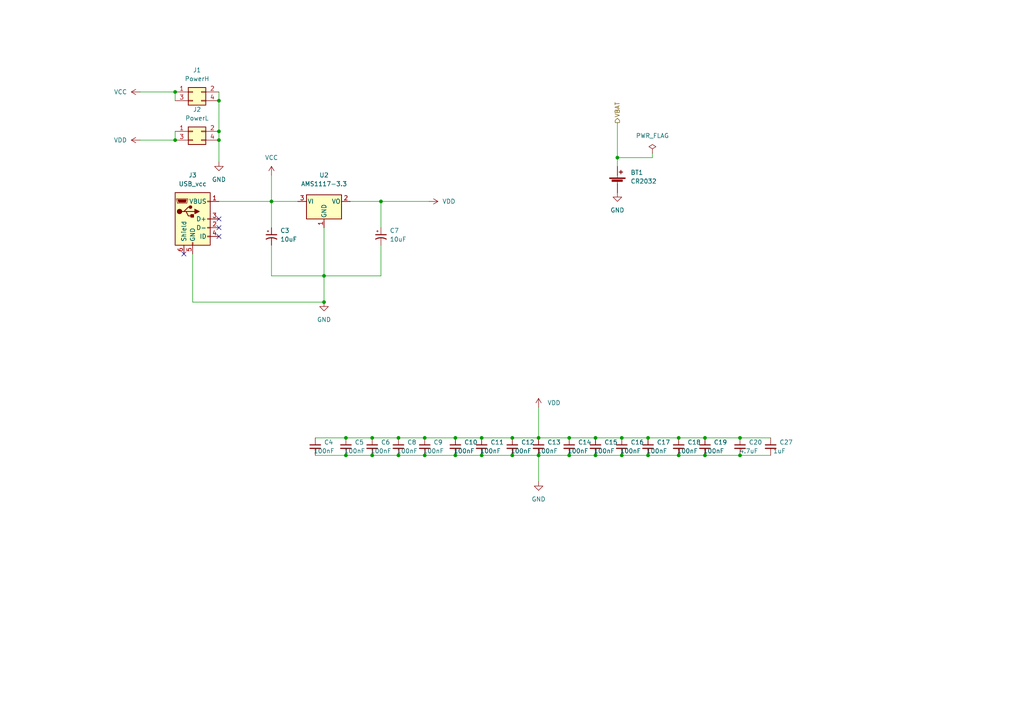
<source format=kicad_sch>
(kicad_sch (version 20211123) (generator eeschema)

  (uuid 201f66a9-b79b-420a-8dd2-2188f37cba46)

  (paper "A4")

  (title_block
    (date "2022-09-12")
    (rev "soy")
  )

  (lib_symbols
    (symbol "Connector:USB_B_Micro" (pin_names (offset 1.016)) (in_bom yes) (on_board yes)
      (property "Reference" "J" (id 0) (at -5.08 11.43 0)
        (effects (font (size 1.27 1.27)) (justify left))
      )
      (property "Value" "USB_B_Micro" (id 1) (at -5.08 8.89 0)
        (effects (font (size 1.27 1.27)) (justify left))
      )
      (property "Footprint" "" (id 2) (at 3.81 -1.27 0)
        (effects (font (size 1.27 1.27)) hide)
      )
      (property "Datasheet" "~" (id 3) (at 3.81 -1.27 0)
        (effects (font (size 1.27 1.27)) hide)
      )
      (property "ki_keywords" "connector USB micro" (id 4) (at 0 0 0)
        (effects (font (size 1.27 1.27)) hide)
      )
      (property "ki_description" "USB Micro Type B connector" (id 5) (at 0 0 0)
        (effects (font (size 1.27 1.27)) hide)
      )
      (property "ki_fp_filters" "USB*" (id 6) (at 0 0 0)
        (effects (font (size 1.27 1.27)) hide)
      )
      (symbol "USB_B_Micro_0_1"
        (rectangle (start -5.08 -7.62) (end 5.08 7.62)
          (stroke (width 0.254) (type default) (color 0 0 0 0))
          (fill (type background))
        )
        (circle (center -3.81 2.159) (radius 0.635)
          (stroke (width 0.254) (type default) (color 0 0 0 0))
          (fill (type outline))
        )
        (circle (center -0.635 3.429) (radius 0.381)
          (stroke (width 0.254) (type default) (color 0 0 0 0))
          (fill (type outline))
        )
        (rectangle (start -0.127 -7.62) (end 0.127 -6.858)
          (stroke (width 0) (type default) (color 0 0 0 0))
          (fill (type none))
        )
        (polyline
          (pts
            (xy -1.905 2.159)
            (xy 0.635 2.159)
          )
          (stroke (width 0.254) (type default) (color 0 0 0 0))
          (fill (type none))
        )
        (polyline
          (pts
            (xy -3.175 2.159)
            (xy -2.54 2.159)
            (xy -1.27 3.429)
            (xy -0.635 3.429)
          )
          (stroke (width 0.254) (type default) (color 0 0 0 0))
          (fill (type none))
        )
        (polyline
          (pts
            (xy -2.54 2.159)
            (xy -1.905 2.159)
            (xy -1.27 0.889)
            (xy 0 0.889)
          )
          (stroke (width 0.254) (type default) (color 0 0 0 0))
          (fill (type none))
        )
        (polyline
          (pts
            (xy 0.635 2.794)
            (xy 0.635 1.524)
            (xy 1.905 2.159)
            (xy 0.635 2.794)
          )
          (stroke (width 0.254) (type default) (color 0 0 0 0))
          (fill (type outline))
        )
        (polyline
          (pts
            (xy -4.318 5.588)
            (xy -1.778 5.588)
            (xy -2.032 4.826)
            (xy -4.064 4.826)
            (xy -4.318 5.588)
          )
          (stroke (width 0) (type default) (color 0 0 0 0))
          (fill (type outline))
        )
        (polyline
          (pts
            (xy -4.699 5.842)
            (xy -4.699 5.588)
            (xy -4.445 4.826)
            (xy -4.445 4.572)
            (xy -1.651 4.572)
            (xy -1.651 4.826)
            (xy -1.397 5.588)
            (xy -1.397 5.842)
            (xy -4.699 5.842)
          )
          (stroke (width 0) (type default) (color 0 0 0 0))
          (fill (type none))
        )
        (rectangle (start 0.254 1.27) (end -0.508 0.508)
          (stroke (width 0.254) (type default) (color 0 0 0 0))
          (fill (type outline))
        )
        (rectangle (start 5.08 -5.207) (end 4.318 -4.953)
          (stroke (width 0) (type default) (color 0 0 0 0))
          (fill (type none))
        )
        (rectangle (start 5.08 -2.667) (end 4.318 -2.413)
          (stroke (width 0) (type default) (color 0 0 0 0))
          (fill (type none))
        )
        (rectangle (start 5.08 -0.127) (end 4.318 0.127)
          (stroke (width 0) (type default) (color 0 0 0 0))
          (fill (type none))
        )
        (rectangle (start 5.08 4.953) (end 4.318 5.207)
          (stroke (width 0) (type default) (color 0 0 0 0))
          (fill (type none))
        )
      )
      (symbol "USB_B_Micro_1_1"
        (pin power_out line (at 7.62 5.08 180) (length 2.54)
          (name "VBUS" (effects (font (size 1.27 1.27))))
          (number "1" (effects (font (size 1.27 1.27))))
        )
        (pin bidirectional line (at 7.62 -2.54 180) (length 2.54)
          (name "D-" (effects (font (size 1.27 1.27))))
          (number "2" (effects (font (size 1.27 1.27))))
        )
        (pin bidirectional line (at 7.62 0 180) (length 2.54)
          (name "D+" (effects (font (size 1.27 1.27))))
          (number "3" (effects (font (size 1.27 1.27))))
        )
        (pin passive line (at 7.62 -5.08 180) (length 2.54)
          (name "ID" (effects (font (size 1.27 1.27))))
          (number "4" (effects (font (size 1.27 1.27))))
        )
        (pin power_out line (at 0 -10.16 90) (length 2.54)
          (name "GND" (effects (font (size 1.27 1.27))))
          (number "5" (effects (font (size 1.27 1.27))))
        )
        (pin passive line (at -2.54 -10.16 90) (length 2.54)
          (name "Shield" (effects (font (size 1.27 1.27))))
          (number "6" (effects (font (size 1.27 1.27))))
        )
      )
    )
    (symbol "Connector_Generic:Conn_02x02_Odd_Even" (pin_names (offset 1.016) hide) (in_bom yes) (on_board yes)
      (property "Reference" "J" (id 0) (at 1.27 2.54 0)
        (effects (font (size 1.27 1.27)))
      )
      (property "Value" "Conn_02x02_Odd_Even" (id 1) (at 1.27 -5.08 0)
        (effects (font (size 1.27 1.27)))
      )
      (property "Footprint" "" (id 2) (at 0 0 0)
        (effects (font (size 1.27 1.27)) hide)
      )
      (property "Datasheet" "~" (id 3) (at 0 0 0)
        (effects (font (size 1.27 1.27)) hide)
      )
      (property "ki_keywords" "connector" (id 4) (at 0 0 0)
        (effects (font (size 1.27 1.27)) hide)
      )
      (property "ki_description" "Generic connector, double row, 02x02, odd/even pin numbering scheme (row 1 odd numbers, row 2 even numbers), script generated (kicad-library-utils/schlib/autogen/connector/)" (id 5) (at 0 0 0)
        (effects (font (size 1.27 1.27)) hide)
      )
      (property "ki_fp_filters" "Connector*:*_2x??_*" (id 6) (at 0 0 0)
        (effects (font (size 1.27 1.27)) hide)
      )
      (symbol "Conn_02x02_Odd_Even_1_1"
        (rectangle (start -1.27 -2.413) (end 0 -2.667)
          (stroke (width 0.1524) (type default) (color 0 0 0 0))
          (fill (type none))
        )
        (rectangle (start -1.27 0.127) (end 0 -0.127)
          (stroke (width 0.1524) (type default) (color 0 0 0 0))
          (fill (type none))
        )
        (rectangle (start -1.27 1.27) (end 3.81 -3.81)
          (stroke (width 0.254) (type default) (color 0 0 0 0))
          (fill (type background))
        )
        (rectangle (start 3.81 -2.413) (end 2.54 -2.667)
          (stroke (width 0.1524) (type default) (color 0 0 0 0))
          (fill (type none))
        )
        (rectangle (start 3.81 0.127) (end 2.54 -0.127)
          (stroke (width 0.1524) (type default) (color 0 0 0 0))
          (fill (type none))
        )
        (pin passive line (at -5.08 0 0) (length 3.81)
          (name "Pin_1" (effects (font (size 1.27 1.27))))
          (number "1" (effects (font (size 1.27 1.27))))
        )
        (pin passive line (at 7.62 0 180) (length 3.81)
          (name "Pin_2" (effects (font (size 1.27 1.27))))
          (number "2" (effects (font (size 1.27 1.27))))
        )
        (pin passive line (at -5.08 -2.54 0) (length 3.81)
          (name "Pin_3" (effects (font (size 1.27 1.27))))
          (number "3" (effects (font (size 1.27 1.27))))
        )
        (pin passive line (at 7.62 -2.54 180) (length 3.81)
          (name "Pin_4" (effects (font (size 1.27 1.27))))
          (number "4" (effects (font (size 1.27 1.27))))
        )
      )
    )
    (symbol "Device:Battery_Cell" (pin_numbers hide) (pin_names (offset 0) hide) (in_bom yes) (on_board yes)
      (property "Reference" "BT" (id 0) (at 2.54 2.54 0)
        (effects (font (size 1.27 1.27)) (justify left))
      )
      (property "Value" "Battery_Cell" (id 1) (at 2.54 0 0)
        (effects (font (size 1.27 1.27)) (justify left))
      )
      (property "Footprint" "" (id 2) (at 0 1.524 90)
        (effects (font (size 1.27 1.27)) hide)
      )
      (property "Datasheet" "~" (id 3) (at 0 1.524 90)
        (effects (font (size 1.27 1.27)) hide)
      )
      (property "ki_keywords" "battery cell" (id 4) (at 0 0 0)
        (effects (font (size 1.27 1.27)) hide)
      )
      (property "ki_description" "Single-cell battery" (id 5) (at 0 0 0)
        (effects (font (size 1.27 1.27)) hide)
      )
      (symbol "Battery_Cell_0_1"
        (rectangle (start -2.286 1.778) (end 2.286 1.524)
          (stroke (width 0) (type default) (color 0 0 0 0))
          (fill (type outline))
        )
        (rectangle (start -1.5748 1.1938) (end 1.4732 0.6858)
          (stroke (width 0) (type default) (color 0 0 0 0))
          (fill (type outline))
        )
        (polyline
          (pts
            (xy 0 0.762)
            (xy 0 0)
          )
          (stroke (width 0) (type default) (color 0 0 0 0))
          (fill (type none))
        )
        (polyline
          (pts
            (xy 0 1.778)
            (xy 0 2.54)
          )
          (stroke (width 0) (type default) (color 0 0 0 0))
          (fill (type none))
        )
        (polyline
          (pts
            (xy 0.508 3.429)
            (xy 1.524 3.429)
          )
          (stroke (width 0.254) (type default) (color 0 0 0 0))
          (fill (type none))
        )
        (polyline
          (pts
            (xy 1.016 3.937)
            (xy 1.016 2.921)
          )
          (stroke (width 0.254) (type default) (color 0 0 0 0))
          (fill (type none))
        )
      )
      (symbol "Battery_Cell_1_1"
        (pin passive line (at 0 5.08 270) (length 2.54)
          (name "+" (effects (font (size 1.27 1.27))))
          (number "1" (effects (font (size 1.27 1.27))))
        )
        (pin passive line (at 0 -2.54 90) (length 2.54)
          (name "-" (effects (font (size 1.27 1.27))))
          (number "2" (effects (font (size 1.27 1.27))))
        )
      )
    )
    (symbol "Device:C_Polarized_Small_US" (pin_numbers hide) (pin_names (offset 0.254) hide) (in_bom yes) (on_board yes)
      (property "Reference" "C" (id 0) (at 0.254 1.778 0)
        (effects (font (size 1.27 1.27)) (justify left))
      )
      (property "Value" "C_Polarized_Small_US" (id 1) (at 0.254 -2.032 0)
        (effects (font (size 1.27 1.27)) (justify left))
      )
      (property "Footprint" "" (id 2) (at 0 0 0)
        (effects (font (size 1.27 1.27)) hide)
      )
      (property "Datasheet" "~" (id 3) (at 0 0 0)
        (effects (font (size 1.27 1.27)) hide)
      )
      (property "ki_keywords" "cap capacitor" (id 4) (at 0 0 0)
        (effects (font (size 1.27 1.27)) hide)
      )
      (property "ki_description" "Polarized capacitor, small US symbol" (id 5) (at 0 0 0)
        (effects (font (size 1.27 1.27)) hide)
      )
      (property "ki_fp_filters" "CP_*" (id 6) (at 0 0 0)
        (effects (font (size 1.27 1.27)) hide)
      )
      (symbol "C_Polarized_Small_US_0_1"
        (polyline
          (pts
            (xy -1.524 0.508)
            (xy 1.524 0.508)
          )
          (stroke (width 0.3048) (type default) (color 0 0 0 0))
          (fill (type none))
        )
        (polyline
          (pts
            (xy -1.27 1.524)
            (xy -0.762 1.524)
          )
          (stroke (width 0) (type default) (color 0 0 0 0))
          (fill (type none))
        )
        (polyline
          (pts
            (xy -1.016 1.27)
            (xy -1.016 1.778)
          )
          (stroke (width 0) (type default) (color 0 0 0 0))
          (fill (type none))
        )
        (arc (start 1.524 -0.762) (mid 0 -0.3734) (end -1.524 -0.762)
          (stroke (width 0.3048) (type default) (color 0 0 0 0))
          (fill (type none))
        )
      )
      (symbol "C_Polarized_Small_US_1_1"
        (pin passive line (at 0 2.54 270) (length 2.032)
          (name "~" (effects (font (size 1.27 1.27))))
          (number "1" (effects (font (size 1.27 1.27))))
        )
        (pin passive line (at 0 -2.54 90) (length 2.032)
          (name "~" (effects (font (size 1.27 1.27))))
          (number "2" (effects (font (size 1.27 1.27))))
        )
      )
    )
    (symbol "Device:C_Small" (pin_numbers hide) (pin_names (offset 0.254) hide) (in_bom yes) (on_board yes)
      (property "Reference" "C" (id 0) (at 0.254 1.778 0)
        (effects (font (size 1.27 1.27)) (justify left))
      )
      (property "Value" "C_Small" (id 1) (at 0.254 -2.032 0)
        (effects (font (size 1.27 1.27)) (justify left))
      )
      (property "Footprint" "" (id 2) (at 0 0 0)
        (effects (font (size 1.27 1.27)) hide)
      )
      (property "Datasheet" "~" (id 3) (at 0 0 0)
        (effects (font (size 1.27 1.27)) hide)
      )
      (property "ki_keywords" "capacitor cap" (id 4) (at 0 0 0)
        (effects (font (size 1.27 1.27)) hide)
      )
      (property "ki_description" "Unpolarized capacitor, small symbol" (id 5) (at 0 0 0)
        (effects (font (size 1.27 1.27)) hide)
      )
      (property "ki_fp_filters" "C_*" (id 6) (at 0 0 0)
        (effects (font (size 1.27 1.27)) hide)
      )
      (symbol "C_Small_0_1"
        (polyline
          (pts
            (xy -1.524 -0.508)
            (xy 1.524 -0.508)
          )
          (stroke (width 0.3302) (type default) (color 0 0 0 0))
          (fill (type none))
        )
        (polyline
          (pts
            (xy -1.524 0.508)
            (xy 1.524 0.508)
          )
          (stroke (width 0.3048) (type default) (color 0 0 0 0))
          (fill (type none))
        )
      )
      (symbol "C_Small_1_1"
        (pin passive line (at 0 2.54 270) (length 2.032)
          (name "~" (effects (font (size 1.27 1.27))))
          (number "1" (effects (font (size 1.27 1.27))))
        )
        (pin passive line (at 0 -2.54 90) (length 2.032)
          (name "~" (effects (font (size 1.27 1.27))))
          (number "2" (effects (font (size 1.27 1.27))))
        )
      )
    )
    (symbol "Regulator_Linear:AMS1117-3.3" (pin_names (offset 0.254)) (in_bom yes) (on_board yes)
      (property "Reference" "U" (id 0) (at -3.81 3.175 0)
        (effects (font (size 1.27 1.27)))
      )
      (property "Value" "AMS1117-3.3" (id 1) (at 0 3.175 0)
        (effects (font (size 1.27 1.27)) (justify left))
      )
      (property "Footprint" "Package_TO_SOT_SMD:SOT-223-3_TabPin2" (id 2) (at 0 5.08 0)
        (effects (font (size 1.27 1.27)) hide)
      )
      (property "Datasheet" "http://www.advanced-monolithic.com/pdf/ds1117.pdf" (id 3) (at 2.54 -6.35 0)
        (effects (font (size 1.27 1.27)) hide)
      )
      (property "ki_keywords" "linear regulator ldo fixed positive" (id 4) (at 0 0 0)
        (effects (font (size 1.27 1.27)) hide)
      )
      (property "ki_description" "1A Low Dropout regulator, positive, 3.3V fixed output, SOT-223" (id 5) (at 0 0 0)
        (effects (font (size 1.27 1.27)) hide)
      )
      (property "ki_fp_filters" "SOT?223*TabPin2*" (id 6) (at 0 0 0)
        (effects (font (size 1.27 1.27)) hide)
      )
      (symbol "AMS1117-3.3_0_1"
        (rectangle (start -5.08 -5.08) (end 5.08 1.905)
          (stroke (width 0.254) (type default) (color 0 0 0 0))
          (fill (type background))
        )
      )
      (symbol "AMS1117-3.3_1_1"
        (pin power_in line (at 0 -7.62 90) (length 2.54)
          (name "GND" (effects (font (size 1.27 1.27))))
          (number "1" (effects (font (size 1.27 1.27))))
        )
        (pin power_out line (at 7.62 0 180) (length 2.54)
          (name "VO" (effects (font (size 1.27 1.27))))
          (number "2" (effects (font (size 1.27 1.27))))
        )
        (pin power_in line (at -7.62 0 0) (length 2.54)
          (name "VI" (effects (font (size 1.27 1.27))))
          (number "3" (effects (font (size 1.27 1.27))))
        )
      )
    )
    (symbol "power:GND" (power) (pin_names (offset 0)) (in_bom yes) (on_board yes)
      (property "Reference" "#PWR" (id 0) (at 0 -6.35 0)
        (effects (font (size 1.27 1.27)) hide)
      )
      (property "Value" "GND" (id 1) (at 0 -3.81 0)
        (effects (font (size 1.27 1.27)))
      )
      (property "Footprint" "" (id 2) (at 0 0 0)
        (effects (font (size 1.27 1.27)) hide)
      )
      (property "Datasheet" "" (id 3) (at 0 0 0)
        (effects (font (size 1.27 1.27)) hide)
      )
      (property "ki_keywords" "power-flag" (id 4) (at 0 0 0)
        (effects (font (size 1.27 1.27)) hide)
      )
      (property "ki_description" "Power symbol creates a global label with name \"GND\" , ground" (id 5) (at 0 0 0)
        (effects (font (size 1.27 1.27)) hide)
      )
      (symbol "GND_0_1"
        (polyline
          (pts
            (xy 0 0)
            (xy 0 -1.27)
            (xy 1.27 -1.27)
            (xy 0 -2.54)
            (xy -1.27 -1.27)
            (xy 0 -1.27)
          )
          (stroke (width 0) (type default) (color 0 0 0 0))
          (fill (type none))
        )
      )
      (symbol "GND_1_1"
        (pin power_in line (at 0 0 270) (length 0) hide
          (name "GND" (effects (font (size 1.27 1.27))))
          (number "1" (effects (font (size 1.27 1.27))))
        )
      )
    )
    (symbol "power:PWR_FLAG" (power) (pin_numbers hide) (pin_names (offset 0) hide) (in_bom yes) (on_board yes)
      (property "Reference" "#FLG" (id 0) (at 0 1.905 0)
        (effects (font (size 1.27 1.27)) hide)
      )
      (property "Value" "PWR_FLAG" (id 1) (at 0 3.81 0)
        (effects (font (size 1.27 1.27)))
      )
      (property "Footprint" "" (id 2) (at 0 0 0)
        (effects (font (size 1.27 1.27)) hide)
      )
      (property "Datasheet" "~" (id 3) (at 0 0 0)
        (effects (font (size 1.27 1.27)) hide)
      )
      (property "ki_keywords" "power-flag" (id 4) (at 0 0 0)
        (effects (font (size 1.27 1.27)) hide)
      )
      (property "ki_description" "Special symbol for telling ERC where power comes from" (id 5) (at 0 0 0)
        (effects (font (size 1.27 1.27)) hide)
      )
      (symbol "PWR_FLAG_0_0"
        (pin power_out line (at 0 0 90) (length 0)
          (name "pwr" (effects (font (size 1.27 1.27))))
          (number "1" (effects (font (size 1.27 1.27))))
        )
      )
      (symbol "PWR_FLAG_0_1"
        (polyline
          (pts
            (xy 0 0)
            (xy 0 1.27)
            (xy -1.016 1.905)
            (xy 0 2.54)
            (xy 1.016 1.905)
            (xy 0 1.27)
          )
          (stroke (width 0) (type default) (color 0 0 0 0))
          (fill (type none))
        )
      )
    )
    (symbol "power:VCC" (power) (pin_names (offset 0)) (in_bom yes) (on_board yes)
      (property "Reference" "#PWR" (id 0) (at 0 -3.81 0)
        (effects (font (size 1.27 1.27)) hide)
      )
      (property "Value" "VCC" (id 1) (at 0 3.81 0)
        (effects (font (size 1.27 1.27)))
      )
      (property "Footprint" "" (id 2) (at 0 0 0)
        (effects (font (size 1.27 1.27)) hide)
      )
      (property "Datasheet" "" (id 3) (at 0 0 0)
        (effects (font (size 1.27 1.27)) hide)
      )
      (property "ki_keywords" "power-flag" (id 4) (at 0 0 0)
        (effects (font (size 1.27 1.27)) hide)
      )
      (property "ki_description" "Power symbol creates a global label with name \"VCC\"" (id 5) (at 0 0 0)
        (effects (font (size 1.27 1.27)) hide)
      )
      (symbol "VCC_0_1"
        (polyline
          (pts
            (xy -0.762 1.27)
            (xy 0 2.54)
          )
          (stroke (width 0) (type default) (color 0 0 0 0))
          (fill (type none))
        )
        (polyline
          (pts
            (xy 0 0)
            (xy 0 2.54)
          )
          (stroke (width 0) (type default) (color 0 0 0 0))
          (fill (type none))
        )
        (polyline
          (pts
            (xy 0 2.54)
            (xy 0.762 1.27)
          )
          (stroke (width 0) (type default) (color 0 0 0 0))
          (fill (type none))
        )
      )
      (symbol "VCC_1_1"
        (pin power_in line (at 0 0 90) (length 0) hide
          (name "VCC" (effects (font (size 1.27 1.27))))
          (number "1" (effects (font (size 1.27 1.27))))
        )
      )
    )
    (symbol "power:VDD" (power) (pin_names (offset 0)) (in_bom yes) (on_board yes)
      (property "Reference" "#PWR" (id 0) (at 0 -3.81 0)
        (effects (font (size 1.27 1.27)) hide)
      )
      (property "Value" "VDD" (id 1) (at 0 3.81 0)
        (effects (font (size 1.27 1.27)))
      )
      (property "Footprint" "" (id 2) (at 0 0 0)
        (effects (font (size 1.27 1.27)) hide)
      )
      (property "Datasheet" "" (id 3) (at 0 0 0)
        (effects (font (size 1.27 1.27)) hide)
      )
      (property "ki_keywords" "power-flag" (id 4) (at 0 0 0)
        (effects (font (size 1.27 1.27)) hide)
      )
      (property "ki_description" "Power symbol creates a global label with name \"VDD\"" (id 5) (at 0 0 0)
        (effects (font (size 1.27 1.27)) hide)
      )
      (symbol "VDD_0_1"
        (polyline
          (pts
            (xy -0.762 1.27)
            (xy 0 2.54)
          )
          (stroke (width 0) (type default) (color 0 0 0 0))
          (fill (type none))
        )
        (polyline
          (pts
            (xy 0 0)
            (xy 0 2.54)
          )
          (stroke (width 0) (type default) (color 0 0 0 0))
          (fill (type none))
        )
        (polyline
          (pts
            (xy 0 2.54)
            (xy 0.762 1.27)
          )
          (stroke (width 0) (type default) (color 0 0 0 0))
          (fill (type none))
        )
      )
      (symbol "VDD_1_1"
        (pin power_in line (at 0 0 90) (length 0) hide
          (name "VDD" (effects (font (size 1.27 1.27))))
          (number "1" (effects (font (size 1.27 1.27))))
        )
      )
    )
  )

  (junction (at 172.72 127) (diameter 0) (color 0 0 0 0)
    (uuid 010aa4f6-3e72-43d9-a00d-26bfbca92eb1)
  )
  (junction (at 172.72 132.08) (diameter 0) (color 0 0 0 0)
    (uuid 016b69c2-8591-4f36-9dd5-854cf6e19833)
  )
  (junction (at 148.59 132.08) (diameter 0) (color 0 0 0 0)
    (uuid 0545e674-13c6-4545-bc9c-cc090a0743cb)
  )
  (junction (at 100.33 127) (diameter 0) (color 0 0 0 0)
    (uuid 0e6f6629-0661-403c-aac5-950b839364fe)
  )
  (junction (at 187.96 132.08) (diameter 0) (color 0 0 0 0)
    (uuid 1320c0f4-0f3d-4176-8c75-644fb305c578)
  )
  (junction (at 132.08 127) (diameter 0) (color 0 0 0 0)
    (uuid 25122b66-9b46-49ab-ac5f-b15b7851c7ad)
  )
  (junction (at 196.85 132.08) (diameter 0) (color 0 0 0 0)
    (uuid 2740638e-670e-4ae1-a67c-f98997e4bc4f)
  )
  (junction (at 63.5 29.21) (diameter 0) (color 0 0 0 0)
    (uuid 296e1b2a-87a3-48d9-be6f-26c30ab0be36)
  )
  (junction (at 156.21 127) (diameter 0) (color 0 0 0 0)
    (uuid 2f3ddf70-33c5-4b5c-89ce-d1dbde8f6c57)
  )
  (junction (at 214.63 127) (diameter 0) (color 0 0 0 0)
    (uuid 341ae45c-f025-4d47-a5de-bafb45ae2f91)
  )
  (junction (at 156.21 132.08) (diameter 0) (color 0 0 0 0)
    (uuid 38ac9bf7-fc33-4d2a-978d-56de1c3dfa28)
  )
  (junction (at 107.95 132.08) (diameter 0) (color 0 0 0 0)
    (uuid 483f506b-e063-4c72-9bfa-109e8b7eebf3)
  )
  (junction (at 165.1 127) (diameter 0) (color 0 0 0 0)
    (uuid 4912ce5b-5f5c-4db3-bf18-3c48ea965925)
  )
  (junction (at 180.34 127) (diameter 0) (color 0 0 0 0)
    (uuid 498af4d4-6714-4482-8579-eb0e947df7bc)
  )
  (junction (at 180.34 132.08) (diameter 0) (color 0 0 0 0)
    (uuid 5717c0ba-1fd8-4115-819b-3be509fc5eaf)
  )
  (junction (at 78.74 58.42) (diameter 0) (color 0 0 0 0)
    (uuid 59ac9877-1fc4-4990-a055-74a18add337d)
  )
  (junction (at 196.85 127) (diameter 0) (color 0 0 0 0)
    (uuid 62d73db1-f217-41db-a0b0-a80265a9e3f8)
  )
  (junction (at 107.95 127) (diameter 0) (color 0 0 0 0)
    (uuid 64c04ef7-aed3-4394-a6e0-729800854ada)
  )
  (junction (at 165.1 132.08) (diameter 0) (color 0 0 0 0)
    (uuid 64e43983-b215-4546-95ed-436124190f52)
  )
  (junction (at 204.47 127) (diameter 0) (color 0 0 0 0)
    (uuid 67b1db4a-9b84-4632-955e-ceeda25d993e)
  )
  (junction (at 50.8 40.64) (diameter 0) (color 0 0 0 0)
    (uuid 70ee026f-c1c0-443a-978d-0b46e4d27f22)
  )
  (junction (at 123.19 132.08) (diameter 0) (color 0 0 0 0)
    (uuid 7c309b30-88f6-4d4c-b3e4-a8f63a16971f)
  )
  (junction (at 100.33 132.08) (diameter 0) (color 0 0 0 0)
    (uuid 7e2f6139-24e3-49f6-b4fd-f410d5cc78e3)
  )
  (junction (at 93.98 80.01) (diameter 0) (color 0 0 0 0)
    (uuid 80fab75a-f62d-4e6e-90ca-4f46fda63764)
  )
  (junction (at 139.7 127) (diameter 0) (color 0 0 0 0)
    (uuid 8ba921e3-610c-4b98-a8ec-e98333b40d09)
  )
  (junction (at 214.63 132.08) (diameter 0) (color 0 0 0 0)
    (uuid 9fc2d3c5-a96b-4951-a450-02a3e7a6c942)
  )
  (junction (at 115.57 132.08) (diameter 0) (color 0 0 0 0)
    (uuid a1fd7df2-2ed5-4514-80a5-ee565adb3ae3)
  )
  (junction (at 132.08 132.08) (diameter 0) (color 0 0 0 0)
    (uuid a2cb9c3f-17b6-475f-9326-c83b48f75be2)
  )
  (junction (at 63.5 40.64) (diameter 0) (color 0 0 0 0)
    (uuid ae7f9362-17fb-4322-b80f-03dc647c8a23)
  )
  (junction (at 110.49 58.42) (diameter 0) (color 0 0 0 0)
    (uuid af5a03d0-f6a4-4d5d-ab93-53bfa24e44d8)
  )
  (junction (at 139.7 132.08) (diameter 0) (color 0 0 0 0)
    (uuid b1e804d0-c588-446a-9995-c51abe7ab946)
  )
  (junction (at 204.47 132.08) (diameter 0) (color 0 0 0 0)
    (uuid bb5896bd-7292-44e6-9f57-45b20464e5e6)
  )
  (junction (at 123.19 127) (diameter 0) (color 0 0 0 0)
    (uuid c37ce83d-bcd3-4d97-b0db-23f5a3661b12)
  )
  (junction (at 148.59 127) (diameter 0) (color 0 0 0 0)
    (uuid c7d21cf5-4266-45e8-9292-4144dfd3712a)
  )
  (junction (at 93.98 87.63) (diameter 0) (color 0 0 0 0)
    (uuid d7074251-5a06-4733-be5f-512951fcecc4)
  )
  (junction (at 179.07 45.72) (diameter 0) (color 0 0 0 0)
    (uuid ecd21bca-a311-4877-be61-95738239a724)
  )
  (junction (at 187.96 127) (diameter 0) (color 0 0 0 0)
    (uuid ee5dfa9a-d071-4ce9-ade5-c1b5afa96e14)
  )
  (junction (at 115.57 127) (diameter 0) (color 0 0 0 0)
    (uuid f2f9a7bd-53ea-47b5-b5ed-47520525c426)
  )
  (junction (at 50.8 26.67) (diameter 0) (color 0 0 0 0)
    (uuid f7eeed0f-b315-4ddb-9c54-db39ec35a94e)
  )
  (junction (at 63.5 38.1) (diameter 0) (color 0 0 0 0)
    (uuid fbb46fb9-2301-4ffb-a4c5-bc431abde784)
  )

  (no_connect (at 63.5 63.5) (uuid 7376d508-e9ca-43a7-a36f-08e09a8d64ef))
  (no_connect (at 53.34 73.66) (uuid 9f1cf665-edbb-4967-94e0-1101b341297f))
  (no_connect (at 63.5 66.04) (uuid f389b273-b36f-4e46-83fe-808547ffd096))
  (no_connect (at 63.5 68.58) (uuid fc9ccaad-29f4-47ad-b9c7-8b2d45840162))

  (wire (pts (xy 107.95 132.08) (xy 115.57 132.08))
    (stroke (width 0) (type default) (color 0 0 0 0))
    (uuid 0697b1fd-66a2-4992-b60c-2701d4161f17)
  )
  (wire (pts (xy 123.19 127) (xy 132.08 127))
    (stroke (width 0) (type default) (color 0 0 0 0))
    (uuid 0a027274-f384-41d2-afcf-5b1afb12d83b)
  )
  (wire (pts (xy 110.49 71.12) (xy 110.49 80.01))
    (stroke (width 0) (type default) (color 0 0 0 0))
    (uuid 0cdc78b1-c2ce-4670-a5b0-e25152bd0a03)
  )
  (wire (pts (xy 40.64 26.67) (xy 50.8 26.67))
    (stroke (width 0) (type default) (color 0 0 0 0))
    (uuid 1472448e-eede-4bbe-8452-a40d31a0f84c)
  )
  (wire (pts (xy 196.85 132.08) (xy 204.47 132.08))
    (stroke (width 0) (type default) (color 0 0 0 0))
    (uuid 161e50b0-9737-4cf1-8341-dfb624f6e849)
  )
  (wire (pts (xy 78.74 58.42) (xy 86.36 58.42))
    (stroke (width 0) (type default) (color 0 0 0 0))
    (uuid 1c00225e-bab8-4f68-ba9f-08ab16b8f679)
  )
  (wire (pts (xy 179.07 45.72) (xy 189.23 45.72))
    (stroke (width 0) (type default) (color 0 0 0 0))
    (uuid 1e4e5a40-7423-4e65-85d1-49f20d01b605)
  )
  (wire (pts (xy 100.33 127) (xy 107.95 127))
    (stroke (width 0) (type default) (color 0 0 0 0))
    (uuid 1fdc1627-3a12-4bcb-a32a-e90348fb863e)
  )
  (wire (pts (xy 100.33 132.08) (xy 107.95 132.08))
    (stroke (width 0) (type default) (color 0 0 0 0))
    (uuid 21116e5f-d5f3-46f0-835a-86c480ead875)
  )
  (wire (pts (xy 139.7 132.08) (xy 148.59 132.08))
    (stroke (width 0) (type default) (color 0 0 0 0))
    (uuid 29366f81-32bc-475e-a027-eab11892c7f0)
  )
  (wire (pts (xy 93.98 66.04) (xy 93.98 80.01))
    (stroke (width 0) (type default) (color 0 0 0 0))
    (uuid 2ae21b01-df03-4597-a4df-006d4724c964)
  )
  (wire (pts (xy 139.7 127) (xy 148.59 127))
    (stroke (width 0) (type default) (color 0 0 0 0))
    (uuid 2bb4f9da-6372-4b4b-b95d-615ed701fdb7)
  )
  (wire (pts (xy 187.96 127) (xy 196.85 127))
    (stroke (width 0) (type default) (color 0 0 0 0))
    (uuid 3057d9a4-52dc-4064-abc7-aa02b56376df)
  )
  (wire (pts (xy 50.8 26.67) (xy 50.8 29.21))
    (stroke (width 0) (type default) (color 0 0 0 0))
    (uuid 337df1ee-2ed1-4bc5-a19e-cd86e04d4022)
  )
  (wire (pts (xy 115.57 127) (xy 123.19 127))
    (stroke (width 0) (type default) (color 0 0 0 0))
    (uuid 387d1788-60c7-4097-9815-32c5567eb73c)
  )
  (wire (pts (xy 78.74 50.8) (xy 78.74 58.42))
    (stroke (width 0) (type default) (color 0 0 0 0))
    (uuid 3f40a4e0-a739-4ffd-9b0e-eeb52f565f92)
  )
  (wire (pts (xy 196.85 127) (xy 204.47 127))
    (stroke (width 0) (type default) (color 0 0 0 0))
    (uuid 5096a179-8330-4124-8197-229156e6c581)
  )
  (wire (pts (xy 110.49 58.42) (xy 110.49 66.04))
    (stroke (width 0) (type default) (color 0 0 0 0))
    (uuid 5591d1fd-13a8-4056-9535-3ed2c722120b)
  )
  (wire (pts (xy 115.57 132.08) (xy 123.19 132.08))
    (stroke (width 0) (type default) (color 0 0 0 0))
    (uuid 62476691-eb16-46ca-bb78-9f9e8d1fab19)
  )
  (wire (pts (xy 214.63 132.08) (xy 223.52 132.08))
    (stroke (width 0) (type default) (color 0 0 0 0))
    (uuid 6496a852-9f8d-4889-a8af-269e67ab7c71)
  )
  (wire (pts (xy 148.59 132.08) (xy 156.21 132.08))
    (stroke (width 0) (type default) (color 0 0 0 0))
    (uuid 656f6f3f-0642-4726-806e-2d42ea26d998)
  )
  (wire (pts (xy 156.21 132.08) (xy 165.1 132.08))
    (stroke (width 0) (type default) (color 0 0 0 0))
    (uuid 6616ccc5-8329-418f-bb98-577b8e8e6717)
  )
  (wire (pts (xy 156.21 132.08) (xy 156.21 139.7))
    (stroke (width 0) (type default) (color 0 0 0 0))
    (uuid 6e7bb59c-5f68-4e04-b40b-8bf641753ca9)
  )
  (wire (pts (xy 172.72 127) (xy 180.34 127))
    (stroke (width 0) (type default) (color 0 0 0 0))
    (uuid 7072738c-f5ce-468b-9358-2653efb3d3d4)
  )
  (wire (pts (xy 40.64 40.64) (xy 50.8 40.64))
    (stroke (width 0) (type default) (color 0 0 0 0))
    (uuid 72152e18-4c69-4a18-ad93-ad24f17413f5)
  )
  (wire (pts (xy 107.95 127) (xy 115.57 127))
    (stroke (width 0) (type default) (color 0 0 0 0))
    (uuid 771a0bf5-cfd5-4aa0-bda8-bd088052a813)
  )
  (wire (pts (xy 148.59 127) (xy 156.21 127))
    (stroke (width 0) (type default) (color 0 0 0 0))
    (uuid 7b625fe5-1c6d-4739-aad3-f625b8f250cb)
  )
  (wire (pts (xy 78.74 58.42) (xy 78.74 66.04))
    (stroke (width 0) (type default) (color 0 0 0 0))
    (uuid 7d106f3c-c413-4683-bd60-ddfd1d489a98)
  )
  (wire (pts (xy 50.8 40.64) (xy 50.8 38.1))
    (stroke (width 0) (type default) (color 0 0 0 0))
    (uuid 7ee0f415-9b7a-46d2-ac3d-bd0db47d8e0a)
  )
  (wire (pts (xy 91.44 132.08) (xy 100.33 132.08))
    (stroke (width 0) (type default) (color 0 0 0 0))
    (uuid 8192934a-7ee6-4032-9b87-a87eed7bc4d2)
  )
  (wire (pts (xy 165.1 132.08) (xy 172.72 132.08))
    (stroke (width 0) (type default) (color 0 0 0 0))
    (uuid 83ceeb0b-97f3-4e75-92e2-03a20147ec59)
  )
  (wire (pts (xy 132.08 127) (xy 139.7 127))
    (stroke (width 0) (type default) (color 0 0 0 0))
    (uuid 861dcb03-136b-4c0b-82b4-058190296a05)
  )
  (wire (pts (xy 214.63 127) (xy 223.52 127))
    (stroke (width 0) (type default) (color 0 0 0 0))
    (uuid 87cef0ef-8d53-4d99-afb3-89f6f232a784)
  )
  (wire (pts (xy 189.23 44.45) (xy 189.23 45.72))
    (stroke (width 0) (type default) (color 0 0 0 0))
    (uuid 891036b8-a85d-472b-82c9-816422c9b520)
  )
  (wire (pts (xy 91.44 127) (xy 100.33 127))
    (stroke (width 0) (type default) (color 0 0 0 0))
    (uuid 8962d7eb-cd90-447a-8cd9-35550dff7245)
  )
  (wire (pts (xy 180.34 132.08) (xy 187.96 132.08))
    (stroke (width 0) (type default) (color 0 0 0 0))
    (uuid 8aba2354-b7c7-4cb6-ac7a-9e9ff4374e06)
  )
  (wire (pts (xy 78.74 80.01) (xy 93.98 80.01))
    (stroke (width 0) (type default) (color 0 0 0 0))
    (uuid 8ae873ae-1ea0-42e5-a457-e9e7e8b9e1a5)
  )
  (wire (pts (xy 78.74 71.12) (xy 78.74 80.01))
    (stroke (width 0) (type default) (color 0 0 0 0))
    (uuid 8b6e88c4-ebb9-44f9-9fd7-75f3955947ef)
  )
  (wire (pts (xy 110.49 58.42) (xy 124.46 58.42))
    (stroke (width 0) (type default) (color 0 0 0 0))
    (uuid 8edc18ec-f3e8-4c79-bcf0-b248573a0348)
  )
  (wire (pts (xy 156.21 127) (xy 165.1 127))
    (stroke (width 0) (type default) (color 0 0 0 0))
    (uuid 95eff7d7-bff5-4f64-a8d4-e0ece953c3d6)
  )
  (wire (pts (xy 101.6 58.42) (xy 110.49 58.42))
    (stroke (width 0) (type default) (color 0 0 0 0))
    (uuid 984bf5e9-a63d-44e9-a6a8-162c36fa3a68)
  )
  (wire (pts (xy 204.47 127) (xy 214.63 127))
    (stroke (width 0) (type default) (color 0 0 0 0))
    (uuid 9d5a2abd-5e72-4d41-9b87-13e3c76ca328)
  )
  (wire (pts (xy 172.72 132.08) (xy 180.34 132.08))
    (stroke (width 0) (type default) (color 0 0 0 0))
    (uuid a00954f5-f2b8-469f-8649-0e921817f96c)
  )
  (wire (pts (xy 63.5 38.1) (xy 63.5 40.64))
    (stroke (width 0) (type default) (color 0 0 0 0))
    (uuid a2c820eb-fdd0-40d1-9b54-358d4e3b62ec)
  )
  (wire (pts (xy 180.34 127) (xy 187.96 127))
    (stroke (width 0) (type default) (color 0 0 0 0))
    (uuid a98821d4-92de-4b14-94cc-c70276766b74)
  )
  (wire (pts (xy 204.47 132.08) (xy 214.63 132.08))
    (stroke (width 0) (type default) (color 0 0 0 0))
    (uuid b2e96981-c71a-4eb3-a7d9-6faa1a54a884)
  )
  (wire (pts (xy 63.5 40.64) (xy 63.5 46.99))
    (stroke (width 0) (type default) (color 0 0 0 0))
    (uuid b8666c10-d15f-48d0-bd79-032b10b7d91b)
  )
  (wire (pts (xy 179.07 35.56) (xy 179.07 45.72))
    (stroke (width 0) (type default) (color 0 0 0 0))
    (uuid b9e77e8c-9951-49c1-ba45-02dff4379439)
  )
  (wire (pts (xy 93.98 80.01) (xy 110.49 80.01))
    (stroke (width 0) (type default) (color 0 0 0 0))
    (uuid bd24385a-0c89-4318-b7ff-ef30aa3c8827)
  )
  (wire (pts (xy 179.07 45.72) (xy 179.07 48.26))
    (stroke (width 0) (type default) (color 0 0 0 0))
    (uuid bdad6fbc-3855-4edf-bf4f-2e2bebb55693)
  )
  (wire (pts (xy 165.1 127) (xy 172.72 127))
    (stroke (width 0) (type default) (color 0 0 0 0))
    (uuid bfae8413-a9d0-4965-a319-7e44017e9885)
  )
  (wire (pts (xy 63.5 29.21) (xy 63.5 38.1))
    (stroke (width 0) (type default) (color 0 0 0 0))
    (uuid c7aa6e16-4a9d-4d05-993f-85e8d8b67aae)
  )
  (wire (pts (xy 132.08 132.08) (xy 139.7 132.08))
    (stroke (width 0) (type default) (color 0 0 0 0))
    (uuid ccb38a44-b5c1-4793-b7ec-2c86c56c1af0)
  )
  (wire (pts (xy 187.96 132.08) (xy 196.85 132.08))
    (stroke (width 0) (type default) (color 0 0 0 0))
    (uuid d26008e9-815f-467a-83fd-b9c86fb4c3ca)
  )
  (wire (pts (xy 55.88 87.63) (xy 93.98 87.63))
    (stroke (width 0) (type default) (color 0 0 0 0))
    (uuid d7145e85-31db-49c7-a62f-2053193aa9d2)
  )
  (wire (pts (xy 63.5 26.67) (xy 63.5 29.21))
    (stroke (width 0) (type default) (color 0 0 0 0))
    (uuid e854a72f-35d6-4098-9242-f6da3546695e)
  )
  (wire (pts (xy 55.88 73.66) (xy 55.88 87.63))
    (stroke (width 0) (type default) (color 0 0 0 0))
    (uuid e97ff007-8b53-411c-a675-e24e352a7d93)
  )
  (wire (pts (xy 63.5 58.42) (xy 78.74 58.42))
    (stroke (width 0) (type default) (color 0 0 0 0))
    (uuid eaf4e632-548a-4389-9920-59b7b03071cd)
  )
  (wire (pts (xy 156.21 118.11) (xy 156.21 127))
    (stroke (width 0) (type default) (color 0 0 0 0))
    (uuid eb8b95de-f3d6-41ae-99b6-5e6628e35249)
  )
  (wire (pts (xy 123.19 132.08) (xy 132.08 132.08))
    (stroke (width 0) (type default) (color 0 0 0 0))
    (uuid f313d420-05af-44e6-b699-86562a9e5597)
  )
  (wire (pts (xy 93.98 80.01) (xy 93.98 87.63))
    (stroke (width 0) (type default) (color 0 0 0 0))
    (uuid f74a5d24-0e10-4e06-bfbc-33725d585740)
  )

  (hierarchical_label "VBAT" (shape output) (at 179.07 35.56 90)
    (effects (font (size 1.27 1.27)) (justify left))
    (uuid 28c541a2-5a16-4a7a-88b9-a034e8d5faa2)
  )

  (symbol (lib_id "Device:Battery_Cell") (at 179.07 53.34 0) (unit 1)
    (in_bom yes) (on_board yes) (fields_autoplaced)
    (uuid 007c2904-e5d1-47ee-af88-8486a3c0c99b)
    (property "Reference" "BT1" (id 0) (at 182.88 50.0379 0)
      (effects (font (size 1.27 1.27)) (justify left))
    )
    (property "Value" "CR2032" (id 1) (at 182.88 52.5779 0)
      (effects (font (size 1.27 1.27)) (justify left))
    )
    (property "Footprint" "Battery:BatteryHolder_Keystone_3002_1x2032" (id 2) (at 179.07 51.816 90)
      (effects (font (size 1.27 1.27)) hide)
    )
    (property "Datasheet" "~" (id 3) (at 179.07 51.816 90)
      (effects (font (size 1.27 1.27)) hide)
    )
    (pin "1" (uuid 830ccfd5-4fc4-42e2-ae46-741f0c27fffc))
    (pin "2" (uuid 711437eb-4f92-4e10-95a8-390a9cd33033))
  )

  (symbol (lib_id "Device:C_Small") (at 204.47 129.54 0) (unit 1)
    (in_bom yes) (on_board yes) (fields_autoplaced)
    (uuid 0e08fcb4-6b1f-405f-8591-cae30a8304ef)
    (property "Reference" "C19" (id 0) (at 207.01 128.2762 0)
      (effects (font (size 1.27 1.27)) (justify left))
    )
    (property "Value" "100nF" (id 1) (at 207.01 130.8162 0))
    (property "Footprint" "Capacitor_SMD:C_0603_1608Metric_Pad1.08x0.95mm_HandSolder" (id 2) (at 204.47 129.54 0)
      (effects (font (size 1.27 1.27)) hide)
    )
    (property "Datasheet" "~" (id 3) (at 204.47 129.54 0)
      (effects (font (size 1.27 1.27)) hide)
    )
    (pin "1" (uuid 51a52db5-bc38-4109-a893-df1fa052d1dc))
    (pin "2" (uuid 4d8c30ad-91fe-43b7-8180-f7e6b8c8dbc9))
  )

  (symbol (lib_id "Connector_Generic:Conn_02x02_Odd_Even") (at 55.88 26.67 0) (unit 1)
    (in_bom yes) (on_board yes) (fields_autoplaced)
    (uuid 14d1e535-2a5e-480b-a216-5fbbfccdb000)
    (property "Reference" "J1" (id 0) (at 57.15 20.32 0))
    (property "Value" "PowerH" (id 1) (at 57.15 22.86 0))
    (property "Footprint" "Connector_PinHeader_2.54mm:PinHeader_2x02_P2.54mm_Vertical" (id 2) (at 55.88 26.67 0)
      (effects (font (size 1.27 1.27)) hide)
    )
    (property "Datasheet" "~" (id 3) (at 55.88 26.67 0)
      (effects (font (size 1.27 1.27)) hide)
    )
    (pin "1" (uuid 8b137d8c-388b-43ad-b9a3-d6b1e5d9bf15))
    (pin "2" (uuid ff5e05d4-ddb8-4e3b-a9fd-42f43331c446))
    (pin "3" (uuid 236259a4-d79e-4315-b85e-b1a1890beec0))
    (pin "4" (uuid bbb5bbff-18c1-46c3-9df0-2770c02c6bd2))
  )

  (symbol (lib_id "power:VDD") (at 40.64 40.64 90) (unit 1)
    (in_bom yes) (on_board yes) (fields_autoplaced)
    (uuid 1553ec36-89c7-4d61-8378-e485ff5d2586)
    (property "Reference" "#PWR05" (id 0) (at 44.45 40.64 0)
      (effects (font (size 1.27 1.27)) hide)
    )
    (property "Value" "VDD" (id 1) (at 36.83 40.6399 90)
      (effects (font (size 1.27 1.27)) (justify left))
    )
    (property "Footprint" "" (id 2) (at 40.64 40.64 0)
      (effects (font (size 1.27 1.27)) hide)
    )
    (property "Datasheet" "" (id 3) (at 40.64 40.64 0)
      (effects (font (size 1.27 1.27)) hide)
    )
    (pin "1" (uuid d149eec8-5eee-4bd4-a1a3-8340890fdebc))
  )

  (symbol (lib_id "Connector_Generic:Conn_02x02_Odd_Even") (at 55.88 38.1 0) (unit 1)
    (in_bom yes) (on_board yes) (fields_autoplaced)
    (uuid 17a72f66-d475-4440-abd8-4bf7502d39b5)
    (property "Reference" "J2" (id 0) (at 57.15 31.75 0))
    (property "Value" "PowerL" (id 1) (at 57.15 34.29 0))
    (property "Footprint" "Connector_PinHeader_2.54mm:PinHeader_2x02_P2.54mm_Vertical" (id 2) (at 55.88 38.1 0)
      (effects (font (size 1.27 1.27)) hide)
    )
    (property "Datasheet" "~" (id 3) (at 55.88 38.1 0)
      (effects (font (size 1.27 1.27)) hide)
    )
    (pin "1" (uuid aaccfe6c-6500-447d-815d-02a36d7fb729))
    (pin "2" (uuid 4aca11e2-6b4a-4b83-87f0-0ee3bc87306f))
    (pin "3" (uuid f4f3e56b-fd59-4499-a034-750116a4f530))
    (pin "4" (uuid e22fa1df-e91a-4884-889b-92327ce51f28))
  )

  (symbol (lib_id "Device:C_Small") (at 172.72 129.54 0) (unit 1)
    (in_bom yes) (on_board yes) (fields_autoplaced)
    (uuid 1e78bde9-1de9-4226-828c-f69aac2aa036)
    (property "Reference" "C15" (id 0) (at 175.26 128.2762 0)
      (effects (font (size 1.27 1.27)) (justify left))
    )
    (property "Value" "100nF" (id 1) (at 175.26 130.8162 0))
    (property "Footprint" "Capacitor_SMD:C_0603_1608Metric_Pad1.08x0.95mm_HandSolder" (id 2) (at 172.72 129.54 0)
      (effects (font (size 1.27 1.27)) hide)
    )
    (property "Datasheet" "~" (id 3) (at 172.72 129.54 0)
      (effects (font (size 1.27 1.27)) hide)
    )
    (pin "1" (uuid 1cca51a6-5f29-4ef5-9f59-560ae212f3df))
    (pin "2" (uuid 134f0158-8d44-4d6b-b7f8-b4c8c25fb1f4))
  )

  (symbol (lib_id "Device:C_Small") (at 223.52 129.54 0) (unit 1)
    (in_bom yes) (on_board yes) (fields_autoplaced)
    (uuid 2aefbe57-e2b9-4d65-a532-ab5f8981391e)
    (property "Reference" "C27" (id 0) (at 226.06 128.2762 0)
      (effects (font (size 1.27 1.27)) (justify left))
    )
    (property "Value" "1uF" (id 1) (at 226.06 130.8162 0))
    (property "Footprint" "Capacitor_SMD:C_0603_1608Metric_Pad1.08x0.95mm_HandSolder" (id 2) (at 223.52 129.54 0)
      (effects (font (size 1.27 1.27)) hide)
    )
    (property "Datasheet" "~" (id 3) (at 223.52 129.54 0)
      (effects (font (size 1.27 1.27)) hide)
    )
    (pin "1" (uuid e73bfb17-81eb-45b4-8073-b0a858c24730))
    (pin "2" (uuid 7849cbcc-5d0a-4434-b8cb-a4a0b1f9634e))
  )

  (symbol (lib_id "power:GND") (at 93.98 87.63 0) (unit 1)
    (in_bom yes) (on_board yes) (fields_autoplaced)
    (uuid 2c776a31-6348-4c41-b4b2-4d2eefb455b8)
    (property "Reference" "#PWR06" (id 0) (at 93.98 93.98 0)
      (effects (font (size 1.27 1.27)) hide)
    )
    (property "Value" "GND" (id 1) (at 93.98 92.71 0))
    (property "Footprint" "" (id 2) (at 93.98 87.63 0)
      (effects (font (size 1.27 1.27)) hide)
    )
    (property "Datasheet" "" (id 3) (at 93.98 87.63 0)
      (effects (font (size 1.27 1.27)) hide)
    )
    (pin "1" (uuid 323f4741-0bfb-4c02-b290-4b8f98eb9d82))
  )

  (symbol (lib_id "Device:C_Polarized_Small_US") (at 78.74 68.58 0) (unit 1)
    (in_bom yes) (on_board yes) (fields_autoplaced)
    (uuid 35725696-85f1-496e-bb95-7c1c6666edb1)
    (property "Reference" "C3" (id 0) (at 81.28 66.8781 0)
      (effects (font (size 1.27 1.27)) (justify left))
    )
    (property "Value" "10uF" (id 1) (at 81.28 69.4181 0)
      (effects (font (size 1.27 1.27)) (justify left))
    )
    (property "Footprint" "Capacitor_Tantalum_SMD:CP_EIA-3528-15_AVX-H_Pad1.50x2.35mm_HandSolder" (id 2) (at 78.74 68.58 0)
      (effects (font (size 1.27 1.27)) hide)
    )
    (property "Datasheet" "~" (id 3) (at 78.74 68.58 0)
      (effects (font (size 1.27 1.27)) hide)
    )
    (pin "1" (uuid d7031b7c-ba33-40d0-8363-36aa090291ff))
    (pin "2" (uuid a5710475-05e9-4fbe-a1eb-27312fdf39df))
  )

  (symbol (lib_id "Device:C_Small") (at 132.08 129.54 0) (unit 1)
    (in_bom yes) (on_board yes) (fields_autoplaced)
    (uuid 401a1442-40bf-4ab6-8b4b-dd3537e76426)
    (property "Reference" "C10" (id 0) (at 134.62 128.2762 0)
      (effects (font (size 1.27 1.27)) (justify left))
    )
    (property "Value" "100nF" (id 1) (at 134.62 130.8162 0))
    (property "Footprint" "Capacitor_SMD:C_0603_1608Metric_Pad1.08x0.95mm_HandSolder" (id 2) (at 132.08 129.54 0)
      (effects (font (size 1.27 1.27)) hide)
    )
    (property "Datasheet" "~" (id 3) (at 132.08 129.54 0)
      (effects (font (size 1.27 1.27)) hide)
    )
    (pin "1" (uuid 72805237-aad5-425f-abec-67d583ffa39e))
    (pin "2" (uuid b9f0cf4b-06ee-4661-84b3-c5f72438a563))
  )

  (symbol (lib_id "power:VDD") (at 156.21 118.11 0) (unit 1)
    (in_bom yes) (on_board yes) (fields_autoplaced)
    (uuid 407ce2e9-ee1d-4979-8501-8fe1f41a1a2b)
    (property "Reference" "#PWR010" (id 0) (at 156.21 121.92 0)
      (effects (font (size 1.27 1.27)) hide)
    )
    (property "Value" "VDD" (id 1) (at 158.75 116.8399 0)
      (effects (font (size 1.27 1.27)) (justify left))
    )
    (property "Footprint" "" (id 2) (at 156.21 118.11 0)
      (effects (font (size 1.27 1.27)) hide)
    )
    (property "Datasheet" "" (id 3) (at 156.21 118.11 0)
      (effects (font (size 1.27 1.27)) hide)
    )
    (pin "1" (uuid b259db64-9ce2-4414-a3fa-257bb3cda31b))
  )

  (symbol (lib_id "power:GND") (at 63.5 46.99 0) (unit 1)
    (in_bom yes) (on_board yes) (fields_autoplaced)
    (uuid 4657a551-ae6f-41e3-8a02-7969f2fbdda7)
    (property "Reference" "#PWR029" (id 0) (at 63.5 53.34 0)
      (effects (font (size 1.27 1.27)) hide)
    )
    (property "Value" "GND" (id 1) (at 63.5 52.07 0))
    (property "Footprint" "" (id 2) (at 63.5 46.99 0)
      (effects (font (size 1.27 1.27)) hide)
    )
    (property "Datasheet" "" (id 3) (at 63.5 46.99 0)
      (effects (font (size 1.27 1.27)) hide)
    )
    (pin "1" (uuid 096e0a3e-0dfd-41c8-a469-39a457ce906f))
  )

  (symbol (lib_id "Regulator_Linear:AMS1117-3.3") (at 93.98 58.42 0) (unit 1)
    (in_bom yes) (on_board yes) (fields_autoplaced)
    (uuid 46e1621d-3724-4671-b58e-4ea37a21a818)
    (property "Reference" "U2" (id 0) (at 93.98 50.8 0))
    (property "Value" "AMS1117-3.3" (id 1) (at 93.98 53.34 0))
    (property "Footprint" "Package_TO_SOT_SMD:SOT-223-3_TabPin2" (id 2) (at 93.98 53.34 0)
      (effects (font (size 1.27 1.27)) hide)
    )
    (property "Datasheet" "http://www.advanced-monolithic.com/pdf/ds1117.pdf" (id 3) (at 96.52 64.77 0)
      (effects (font (size 1.27 1.27)) hide)
    )
    (pin "1" (uuid 196f7da2-3b2e-4414-89b1-42755f103466))
    (pin "2" (uuid a92e51e7-2783-4f30-a1fd-0e7c75cb5144))
    (pin "3" (uuid 480dcf08-cfd8-4853-b44f-01b60286deab))
  )

  (symbol (lib_id "Device:C_Small") (at 180.34 129.54 0) (unit 1)
    (in_bom yes) (on_board yes) (fields_autoplaced)
    (uuid 477006b0-eff8-4dd1-9b49-bd87a196b3b7)
    (property "Reference" "C16" (id 0) (at 182.88 128.2762 0)
      (effects (font (size 1.27 1.27)) (justify left))
    )
    (property "Value" "100nF" (id 1) (at 182.88 130.8162 0))
    (property "Footprint" "Capacitor_SMD:C_0603_1608Metric_Pad1.08x0.95mm_HandSolder" (id 2) (at 180.34 129.54 0)
      (effects (font (size 1.27 1.27)) hide)
    )
    (property "Datasheet" "~" (id 3) (at 180.34 129.54 0)
      (effects (font (size 1.27 1.27)) hide)
    )
    (pin "1" (uuid cba8575f-b295-4b2e-926d-e3428bdfcbc8))
    (pin "2" (uuid a70c3268-3780-4bae-982f-be9766725917))
  )

  (symbol (lib_id "Device:C_Small") (at 91.44 129.54 0) (unit 1)
    (in_bom yes) (on_board yes) (fields_autoplaced)
    (uuid 4e8e53e8-3e58-4bc3-b552-8f294498f46f)
    (property "Reference" "C4" (id 0) (at 93.98 128.2762 0)
      (effects (font (size 1.27 1.27)) (justify left))
    )
    (property "Value" "100nF" (id 1) (at 93.98 130.8162 0))
    (property "Footprint" "Capacitor_SMD:C_0603_1608Metric_Pad1.08x0.95mm_HandSolder" (id 2) (at 91.44 129.54 0)
      (effects (font (size 1.27 1.27)) hide)
    )
    (property "Datasheet" "~" (id 3) (at 91.44 129.54 0)
      (effects (font (size 1.27 1.27)) hide)
    )
    (pin "1" (uuid a219f9cd-fcf8-4953-9f49-0a9cdaf42963))
    (pin "2" (uuid 4ff559b6-e71d-482b-be78-ba8cd4b11c39))
  )

  (symbol (lib_id "Device:C_Small") (at 165.1 129.54 0) (unit 1)
    (in_bom yes) (on_board yes) (fields_autoplaced)
    (uuid 690df19e-889e-4bfc-a32c-82d8123c7f6e)
    (property "Reference" "C14" (id 0) (at 167.64 128.2762 0)
      (effects (font (size 1.27 1.27)) (justify left))
    )
    (property "Value" "100nF" (id 1) (at 167.64 130.8162 0))
    (property "Footprint" "Capacitor_SMD:C_0603_1608Metric_Pad1.08x0.95mm_HandSolder" (id 2) (at 165.1 129.54 0)
      (effects (font (size 1.27 1.27)) hide)
    )
    (property "Datasheet" "~" (id 3) (at 165.1 129.54 0)
      (effects (font (size 1.27 1.27)) hide)
    )
    (pin "1" (uuid d2e6a00e-cce4-4810-8389-2d43f303f7d2))
    (pin "2" (uuid fdb065e1-6391-4d60-a5eb-d86df8a20294))
  )

  (symbol (lib_id "Device:C_Small") (at 196.85 129.54 0) (unit 1)
    (in_bom yes) (on_board yes) (fields_autoplaced)
    (uuid 69dd9c98-c92b-4ff1-bad8-0139689a158c)
    (property "Reference" "C18" (id 0) (at 199.39 128.2762 0)
      (effects (font (size 1.27 1.27)) (justify left))
    )
    (property "Value" "100nF" (id 1) (at 199.39 130.8162 0))
    (property "Footprint" "Capacitor_SMD:C_0603_1608Metric_Pad1.08x0.95mm_HandSolder" (id 2) (at 196.85 129.54 0)
      (effects (font (size 1.27 1.27)) hide)
    )
    (property "Datasheet" "~" (id 3) (at 196.85 129.54 0)
      (effects (font (size 1.27 1.27)) hide)
    )
    (pin "1" (uuid 0094e1b6-cb9f-48d6-98ac-186f6013a29e))
    (pin "2" (uuid 07e7a870-9c77-461d-a18b-7116a0bf2bf4))
  )

  (symbol (lib_id "power:GND") (at 156.21 139.7 0) (unit 1)
    (in_bom yes) (on_board yes) (fields_autoplaced)
    (uuid 69dfb057-ea47-4be7-b404-a50a783136f4)
    (property "Reference" "#PWR08" (id 0) (at 156.21 146.05 0)
      (effects (font (size 1.27 1.27)) hide)
    )
    (property "Value" "GND" (id 1) (at 156.21 144.78 0))
    (property "Footprint" "" (id 2) (at 156.21 139.7 0)
      (effects (font (size 1.27 1.27)) hide)
    )
    (property "Datasheet" "" (id 3) (at 156.21 139.7 0)
      (effects (font (size 1.27 1.27)) hide)
    )
    (pin "1" (uuid 91ad7dc6-fdd6-41ab-813d-0a85ad09992e))
  )

  (symbol (lib_id "Device:C_Small") (at 214.63 129.54 0) (unit 1)
    (in_bom yes) (on_board yes) (fields_autoplaced)
    (uuid 6b7bc7e2-c8ec-43bb-919a-28ed65572fd1)
    (property "Reference" "C20" (id 0) (at 217.17 128.2762 0)
      (effects (font (size 1.27 1.27)) (justify left))
    )
    (property "Value" "4.7uF" (id 1) (at 217.17 130.8162 0))
    (property "Footprint" "Capacitor_SMD:C_0805_2012Metric_Pad1.18x1.45mm_HandSolder" (id 2) (at 214.63 129.54 0)
      (effects (font (size 1.27 1.27)) hide)
    )
    (property "Datasheet" "~" (id 3) (at 214.63 129.54 0)
      (effects (font (size 1.27 1.27)) hide)
    )
    (pin "1" (uuid 379db2a5-0e84-436e-b330-cdb5e4ab12fc))
    (pin "2" (uuid 1663eebb-7649-449e-a5e3-7528d4a0860f))
  )

  (symbol (lib_id "Device:C_Small") (at 123.19 129.54 0) (unit 1)
    (in_bom yes) (on_board yes) (fields_autoplaced)
    (uuid 6c66bfdb-9314-4f66-8ae8-1052db391fbf)
    (property "Reference" "C9" (id 0) (at 125.73 128.2762 0)
      (effects (font (size 1.27 1.27)) (justify left))
    )
    (property "Value" "100nF" (id 1) (at 125.73 130.8162 0))
    (property "Footprint" "Capacitor_SMD:C_0603_1608Metric_Pad1.08x0.95mm_HandSolder" (id 2) (at 123.19 129.54 0)
      (effects (font (size 1.27 1.27)) hide)
    )
    (property "Datasheet" "~" (id 3) (at 123.19 129.54 0)
      (effects (font (size 1.27 1.27)) hide)
    )
    (pin "1" (uuid 9cedba84-5838-4fd8-8de1-1bba876544bd))
    (pin "2" (uuid 614c8f67-dafd-4d44-a434-8e7dc63e6afa))
  )

  (symbol (lib_id "Device:C_Small") (at 115.57 129.54 0) (unit 1)
    (in_bom yes) (on_board yes) (fields_autoplaced)
    (uuid 702d950c-6b2f-48e1-9642-c27638a40dfd)
    (property "Reference" "C8" (id 0) (at 118.11 128.2762 0)
      (effects (font (size 1.27 1.27)) (justify left))
    )
    (property "Value" "100nF" (id 1) (at 118.11 130.8162 0))
    (property "Footprint" "Capacitor_SMD:C_0603_1608Metric_Pad1.08x0.95mm_HandSolder" (id 2) (at 115.57 129.54 0)
      (effects (font (size 1.27 1.27)) hide)
    )
    (property "Datasheet" "~" (id 3) (at 115.57 129.54 0)
      (effects (font (size 1.27 1.27)) hide)
    )
    (pin "1" (uuid c7fc3aab-1015-4523-bf01-31429859e2de))
    (pin "2" (uuid 85405215-e6f2-47d8-a1cf-793dde46eb18))
  )

  (symbol (lib_id "power:VCC") (at 40.64 26.67 90) (unit 1)
    (in_bom yes) (on_board yes)
    (uuid 70c8fe77-556c-4761-9917-2248044aac3a)
    (property "Reference" "#PWR04" (id 0) (at 44.45 26.67 0)
      (effects (font (size 1.27 1.27)) hide)
    )
    (property "Value" "VCC" (id 1) (at 33.02 26.67 90)
      (effects (font (size 1.27 1.27)) (justify right))
    )
    (property "Footprint" "" (id 2) (at 40.64 26.67 0)
      (effects (font (size 1.27 1.27)) hide)
    )
    (property "Datasheet" "" (id 3) (at 40.64 26.67 0)
      (effects (font (size 1.27 1.27)) hide)
    )
    (pin "1" (uuid 129f8367-8197-49c0-9ecc-be2605162081))
  )

  (symbol (lib_id "Device:C_Small") (at 139.7 129.54 0) (unit 1)
    (in_bom yes) (on_board yes) (fields_autoplaced)
    (uuid 7549d85a-9698-4688-9278-2086830dd902)
    (property "Reference" "C11" (id 0) (at 142.24 128.2762 0)
      (effects (font (size 1.27 1.27)) (justify left))
    )
    (property "Value" "100nF" (id 1) (at 142.24 130.8162 0))
    (property "Footprint" "Capacitor_SMD:C_0603_1608Metric_Pad1.08x0.95mm_HandSolder" (id 2) (at 139.7 129.54 0)
      (effects (font (size 1.27 1.27)) hide)
    )
    (property "Datasheet" "~" (id 3) (at 139.7 129.54 0)
      (effects (font (size 1.27 1.27)) hide)
    )
    (pin "1" (uuid 65d42a4e-ab53-4657-8a6f-3651a191dc77))
    (pin "2" (uuid 8221a393-6113-4441-b660-6a4ee9b25ae6))
  )

  (symbol (lib_id "power:VCC") (at 78.74 50.8 0) (unit 1)
    (in_bom yes) (on_board yes) (fields_autoplaced)
    (uuid 799b56f0-6091-4e01-a021-e4030d96046b)
    (property "Reference" "#PWR07" (id 0) (at 78.74 54.61 0)
      (effects (font (size 1.27 1.27)) hide)
    )
    (property "Value" "VCC" (id 1) (at 78.74 45.72 0))
    (property "Footprint" "" (id 2) (at 78.74 50.8 0)
      (effects (font (size 1.27 1.27)) hide)
    )
    (property "Datasheet" "" (id 3) (at 78.74 50.8 0)
      (effects (font (size 1.27 1.27)) hide)
    )
    (pin "1" (uuid 11698813-76e6-455c-80c6-d3dc6ccfbf9a))
  )

  (symbol (lib_id "Device:C_Small") (at 187.96 129.54 0) (unit 1)
    (in_bom yes) (on_board yes) (fields_autoplaced)
    (uuid 85a52850-b5bf-4196-a854-3e2d400374ed)
    (property "Reference" "C17" (id 0) (at 190.5 128.2762 0)
      (effects (font (size 1.27 1.27)) (justify left))
    )
    (property "Value" "100nF" (id 1) (at 190.5 130.8162 0))
    (property "Footprint" "Capacitor_SMD:C_0603_1608Metric_Pad1.08x0.95mm_HandSolder" (id 2) (at 187.96 129.54 0)
      (effects (font (size 1.27 1.27)) hide)
    )
    (property "Datasheet" "~" (id 3) (at 187.96 129.54 0)
      (effects (font (size 1.27 1.27)) hide)
    )
    (pin "1" (uuid 87296f56-5ffb-4b67-a259-484977c026a6))
    (pin "2" (uuid b2b6ea7c-e3c5-4ab6-ac77-5417431d235d))
  )

  (symbol (lib_id "Device:C_Small") (at 107.95 129.54 0) (unit 1)
    (in_bom yes) (on_board yes) (fields_autoplaced)
    (uuid aa1d4e47-bb27-417f-9a60-c1143cd1adab)
    (property "Reference" "C6" (id 0) (at 110.49 128.2762 0)
      (effects (font (size 1.27 1.27)) (justify left))
    )
    (property "Value" "100nF" (id 1) (at 110.49 130.8162 0))
    (property "Footprint" "Capacitor_SMD:C_0603_1608Metric_Pad1.08x0.95mm_HandSolder" (id 2) (at 107.95 129.54 0)
      (effects (font (size 1.27 1.27)) hide)
    )
    (property "Datasheet" "~" (id 3) (at 107.95 129.54 0)
      (effects (font (size 1.27 1.27)) hide)
    )
    (pin "1" (uuid 10787e1c-3315-49cf-a477-760714531ac0))
    (pin "2" (uuid aee8b883-33e2-4b07-ace9-ebb9d47fd467))
  )

  (symbol (lib_id "power:VDD") (at 124.46 58.42 270) (unit 1)
    (in_bom yes) (on_board yes) (fields_autoplaced)
    (uuid b0f7a4c6-c9bb-4d71-a4eb-b7029260298a)
    (property "Reference" "#PWR09" (id 0) (at 120.65 58.42 0)
      (effects (font (size 1.27 1.27)) hide)
    )
    (property "Value" "VDD" (id 1) (at 128.27 58.4199 90)
      (effects (font (size 1.27 1.27)) (justify left))
    )
    (property "Footprint" "" (id 2) (at 124.46 58.42 0)
      (effects (font (size 1.27 1.27)) hide)
    )
    (property "Datasheet" "" (id 3) (at 124.46 58.42 0)
      (effects (font (size 1.27 1.27)) hide)
    )
    (pin "1" (uuid 75572c13-c165-46cb-85ee-0a2699c92601))
  )

  (symbol (lib_id "power:GND") (at 179.07 55.88 0) (unit 1)
    (in_bom yes) (on_board yes) (fields_autoplaced)
    (uuid b1fdbef5-5515-4188-8104-cdf70e3b3f09)
    (property "Reference" "#PWR011" (id 0) (at 179.07 62.23 0)
      (effects (font (size 1.27 1.27)) hide)
    )
    (property "Value" "GND" (id 1) (at 179.07 60.96 0))
    (property "Footprint" "" (id 2) (at 179.07 55.88 0)
      (effects (font (size 1.27 1.27)) hide)
    )
    (property "Datasheet" "" (id 3) (at 179.07 55.88 0)
      (effects (font (size 1.27 1.27)) hide)
    )
    (pin "1" (uuid 41a448d3-4983-44d3-8418-3f9bd3b115ba))
  )

  (symbol (lib_id "Device:C_Polarized_Small_US") (at 110.49 68.58 0) (unit 1)
    (in_bom yes) (on_board yes) (fields_autoplaced)
    (uuid b5593e93-5f58-4b75-a1e0-7c00c45c18d7)
    (property "Reference" "C7" (id 0) (at 113.03 66.8781 0)
      (effects (font (size 1.27 1.27)) (justify left))
    )
    (property "Value" "10uF" (id 1) (at 113.03 69.4181 0)
      (effects (font (size 1.27 1.27)) (justify left))
    )
    (property "Footprint" "Capacitor_Tantalum_SMD:CP_EIA-3528-15_AVX-H_Pad1.50x2.35mm_HandSolder" (id 2) (at 110.49 68.58 0)
      (effects (font (size 1.27 1.27)) hide)
    )
    (property "Datasheet" "~" (id 3) (at 110.49 68.58 0)
      (effects (font (size 1.27 1.27)) hide)
    )
    (pin "1" (uuid c8e1de7f-c84f-4f93-9874-ccccd181174a))
    (pin "2" (uuid 13555fa9-1616-4103-bf79-5a75099312a4))
  )

  (symbol (lib_id "Connector:USB_B_Micro") (at 55.88 63.5 0) (unit 1)
    (in_bom yes) (on_board yes)
    (uuid c483905d-14ec-4d19-b737-f39505a12683)
    (property "Reference" "J3" (id 0) (at 55.88 50.8 0))
    (property "Value" "USB_vcc" (id 1) (at 55.88 53.34 0))
    (property "Footprint" "Connector_USB:USB_Micro-B_GCT_USB3076-30-A" (id 2) (at 59.69 64.77 0)
      (effects (font (size 1.27 1.27)) hide)
    )
    (property "Datasheet" "~" (id 3) (at 59.69 64.77 0)
      (effects (font (size 1.27 1.27)) hide)
    )
    (pin "1" (uuid aabe7b25-07a0-4f0c-9e91-32313042c64e))
    (pin "2" (uuid 03fb8a3e-05bf-468a-a08c-40752eeecfb2))
    (pin "3" (uuid 869ba334-ad8a-49fa-9043-101010fd65e0))
    (pin "4" (uuid a8db3604-d51c-452f-b0dc-83675cc950ac))
    (pin "5" (uuid fc1b4efa-d9b1-4abf-8a4e-83cac9319db6))
    (pin "6" (uuid 5915eab1-b39c-459c-a500-f5b067d44821))
  )

  (symbol (lib_id "power:PWR_FLAG") (at 189.23 44.45 0) (unit 1)
    (in_bom yes) (on_board yes) (fields_autoplaced)
    (uuid d33a8afa-7ba8-45b3-98cd-15f0e493ebdd)
    (property "Reference" "#FLG01" (id 0) (at 189.23 42.545 0)
      (effects (font (size 1.27 1.27)) hide)
    )
    (property "Value" "PWR_FLAG" (id 1) (at 189.23 39.37 0))
    (property "Footprint" "" (id 2) (at 189.23 44.45 0)
      (effects (font (size 1.27 1.27)) hide)
    )
    (property "Datasheet" "~" (id 3) (at 189.23 44.45 0)
      (effects (font (size 1.27 1.27)) hide)
    )
    (pin "1" (uuid 55ba76da-1881-4bfb-96bd-850a571b2490))
  )

  (symbol (lib_id "Device:C_Small") (at 100.33 129.54 0) (unit 1)
    (in_bom yes) (on_board yes) (fields_autoplaced)
    (uuid da18e842-cb1e-4d40-9ca0-694030bd527c)
    (property "Reference" "C5" (id 0) (at 102.87 128.2762 0)
      (effects (font (size 1.27 1.27)) (justify left))
    )
    (property "Value" "100nF" (id 1) (at 102.87 130.8162 0))
    (property "Footprint" "Capacitor_SMD:C_0603_1608Metric_Pad1.08x0.95mm_HandSolder" (id 2) (at 100.33 129.54 0)
      (effects (font (size 1.27 1.27)) hide)
    )
    (property "Datasheet" "~" (id 3) (at 100.33 129.54 0)
      (effects (font (size 1.27 1.27)) hide)
    )
    (pin "1" (uuid 094ad8eb-2deb-48f9-8f7f-157bc4d6cf0f))
    (pin "2" (uuid 6afec52d-6242-4f32-8f2a-2b8b6c86796a))
  )

  (symbol (lib_id "Device:C_Small") (at 156.21 129.54 0) (unit 1)
    (in_bom yes) (on_board yes) (fields_autoplaced)
    (uuid ddfecaf9-53af-48c8-9328-8a4ae607cba4)
    (property "Reference" "C13" (id 0) (at 158.75 128.2762 0)
      (effects (font (size 1.27 1.27)) (justify left))
    )
    (property "Value" "100nF" (id 1) (at 158.75 130.8162 0))
    (property "Footprint" "Capacitor_SMD:C_0603_1608Metric_Pad1.08x0.95mm_HandSolder" (id 2) (at 156.21 129.54 0)
      (effects (font (size 1.27 1.27)) hide)
    )
    (property "Datasheet" "~" (id 3) (at 156.21 129.54 0)
      (effects (font (size 1.27 1.27)) hide)
    )
    (pin "1" (uuid 0e71cc91-2661-4c77-950e-8003eead3797))
    (pin "2" (uuid 9742e849-4853-46b5-9bd1-64a0a6a04aa2))
  )

  (symbol (lib_id "Device:C_Small") (at 148.59 129.54 0) (unit 1)
    (in_bom yes) (on_board yes) (fields_autoplaced)
    (uuid e522c088-165f-4233-8634-0648025d4bfa)
    (property "Reference" "C12" (id 0) (at 151.13 128.2762 0)
      (effects (font (size 1.27 1.27)) (justify left))
    )
    (property "Value" "100nF" (id 1) (at 151.13 130.8162 0))
    (property "Footprint" "Capacitor_SMD:C_0603_1608Metric_Pad1.08x0.95mm_HandSolder" (id 2) (at 148.59 129.54 0)
      (effects (font (size 1.27 1.27)) hide)
    )
    (property "Datasheet" "~" (id 3) (at 148.59 129.54 0)
      (effects (font (size 1.27 1.27)) hide)
    )
    (pin "1" (uuid 1a64f4ab-a710-4f1b-b46e-ca3baa78e8eb))
    (pin "2" (uuid 1327aa4b-9148-488a-8495-557c2bb182b6))
  )
)

</source>
